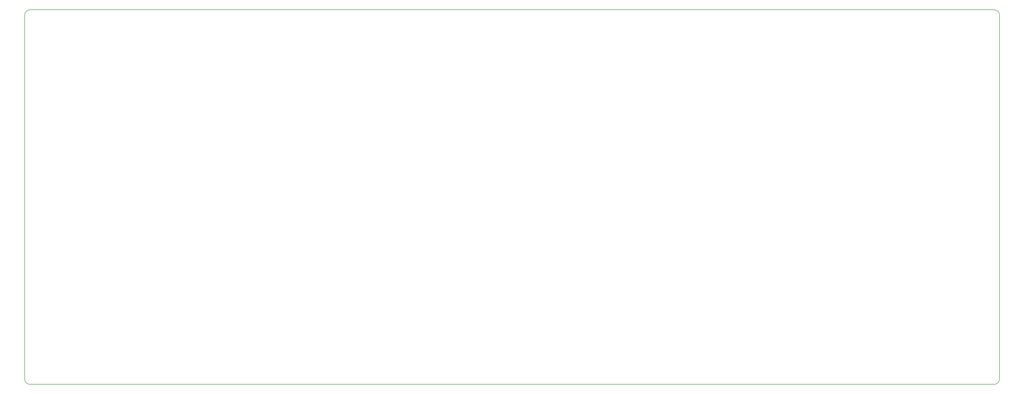
<source format=gm1>
G04 #@! TF.GenerationSoftware,KiCad,Pcbnew,9.0.5*
G04 #@! TF.CreationDate,2026-01-22T23:22:38-08:00*
G04 #@! TF.ProjectId,alana-kb,616c616e-612d-46b6-922e-6b696361645f,rev?*
G04 #@! TF.SameCoordinates,Original*
G04 #@! TF.FileFunction,Profile,NP*
%FSLAX46Y46*%
G04 Gerber Fmt 4.6, Leading zero omitted, Abs format (unit mm)*
G04 Created by KiCad (PCBNEW 9.0.5) date 2026-01-22 23:22:38*
%MOMM*%
%LPD*%
G01*
G04 APERTURE LIST*
G04 #@! TA.AperFunction,Profile*
%ADD10C,0.200000*%
G04 #@! TD*
G04 APERTURE END LIST*
D10*
X382325688Y-160687212D02*
X22325688Y-160687212D01*
X384325688Y-158687212D02*
G75*
G02*
X382325688Y-160687188I-1999988J12D01*
G01*
X382325688Y-20687212D02*
G75*
G02*
X384325688Y-22687212I12J-1999988D01*
G01*
X384325688Y-22687212D02*
X384325688Y-158687212D01*
X22325688Y-20687212D02*
X382325688Y-20687212D01*
X22325688Y-160687212D02*
G75*
G02*
X20325688Y-158687212I12J2000012D01*
G01*
X20325688Y-22687212D02*
G75*
G02*
X22325688Y-20687188I2000012J12D01*
G01*
X20325688Y-158687212D02*
X20325688Y-22687212D01*
M02*

</source>
